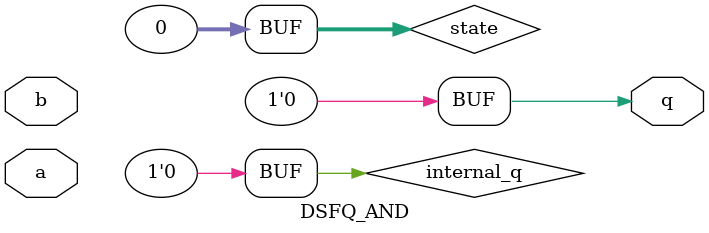
<source format=v>
`ifndef begin_time
`define begin_time 8
`endif
`timescale 1ps/100fs

`celldefine
module DSFQ_AND #(parameter begin_time = `begin_time) (a, b, q);

// Define inputs
input
  a, b;

// Define outputs
output
  q;

// Define internal output variables
reg
  internal_q;
assign q = internal_q;

// Define state
integer state;

wire
  internal_state_0;

assign internal_state_0 = state === 0;

specify



endspecify

initial begin
   state = 1'bX;
   internal_q = 0; // All outputs start at 0
   #begin_time state = 0;
   end

always @(posedge a or negedge a)
case (state)
   0: begin
   end
endcase
always @(posedge b or negedge b)
case (state)
   0: begin
   end
endcase

endmodule
`endcelldefine

</source>
